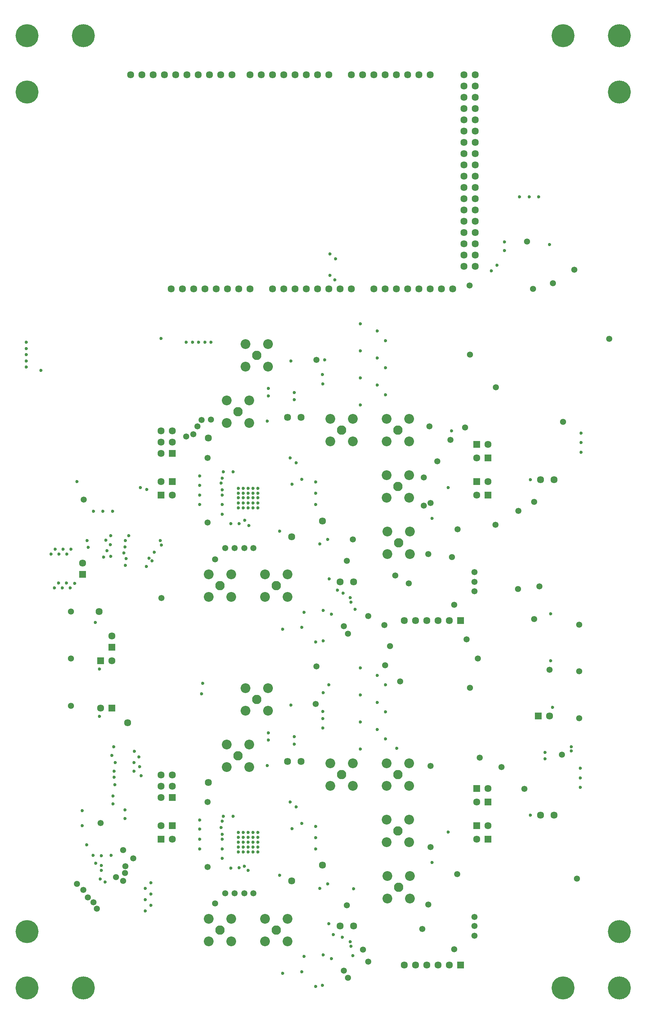
<source format=gbr>
%FSTAX23Y23*%
%MOIN*%
%SFA1B1*%

%IPPOS*%
%ADD45C,0.204409*%
%ADD46C,0.063464*%
%ADD47C,0.087086*%
%ADD48R,0.063464X0.063464*%
%ADD49C,0.083149*%
%ADD50R,0.063464X0.063464*%
%ADD51C,0.029409*%
%ADD52C,0.054409*%
%LNcfd_2channel_soldermask_bot-1*%
%LPD*%
G54D45*
X0491Y0015D03*
X0541Y0065D03*
Y081D03*
X0491Y086D03*
X0065Y0015D03*
X0015Y0065D03*
Y081D03*
X0065Y086D03*
X0015D03*
Y0015D03*
X0541Y086D03*
Y0015D03*
G54D46*
X0471Y0466D03*
X02465Y05215D03*
Y0216D03*
X0471Y01685D03*
X0293Y03755D03*
Y007D03*
X00645Y0392D03*
X0413Y06555D03*
X0403D03*
X0203Y06355D03*
X0193D03*
X0137Y08255D03*
X0483Y0466D03*
X0134Y04895D03*
X0144Y04995D03*
X0134D03*
X0144Y05095D03*
X0134D03*
Y0184D03*
X0144Y0194D03*
X0134D03*
X0144Y0204D03*
X0134D03*
X02585Y0216D03*
X0305Y007D03*
X0176Y01975D03*
X039Y00355D03*
X038D03*
X037D03*
X036D03*
X035D03*
X025Y011D03*
X02775Y0124D03*
X0134Y0159D03*
X0144Y0147D03*
X04245Y0192D03*
X04145Y018D03*
X04245Y0159D03*
X04145Y0147D03*
X02775Y04295D03*
X0176Y0503D03*
X04245Y04645D03*
X04145Y04525D03*
X04245Y04975D03*
X04145Y04855D03*
X0134Y04645D03*
X0144Y04525D03*
X025Y04155D03*
X039Y0341D03*
X038D03*
X037D03*
X036D03*
X035D03*
X0305Y03755D03*
X02585Y05215D03*
X0479Y02565D03*
X00805Y02635D03*
X00905Y03055D03*
Y03275D03*
X0483Y01685D03*
X0243Y06355D03*
X0263D03*
X0253D03*
X0283D03*
X0273D03*
X0303D03*
X0293D03*
X0233D03*
X0413Y06655D03*
X0403D03*
X0413Y06955D03*
Y06855D03*
Y06755D03*
Y07055D03*
X0403Y06955D03*
Y06855D03*
Y06755D03*
Y07055D03*
X0413Y07455D03*
Y07355D03*
X0403D03*
X0413Y07255D03*
X0403D03*
X0413Y07155D03*
X0403D03*
Y07455D03*
X0413Y07755D03*
Y07655D03*
Y07555D03*
Y07855D03*
X0403Y07755D03*
Y07655D03*
Y07555D03*
Y07855D03*
X0313Y08255D03*
X0333D03*
X0323D03*
X0353D03*
X0343D03*
X0373D03*
X0363D03*
X0303D03*
X0223D03*
X0243D03*
X0233D03*
X0263D03*
X0253D03*
X0283D03*
X0273D03*
X0157D03*
X0147D03*
X0177D03*
X0167D03*
X0117D03*
X0107D03*
X0127D03*
X0197D03*
X0187D03*
X0213D03*
X0413D03*
Y08155D03*
X0403D03*
X0413Y08055D03*
X0403D03*
X0413Y07955D03*
X0403D03*
Y08255D03*
X0333Y06355D03*
X0353D03*
X0343D03*
X0373D03*
X0363D03*
X0393D03*
X0383D03*
X0323D03*
X0153D03*
X0173D03*
X0163D03*
X0183D03*
X0213D03*
X0143D03*
X01045Y02505D03*
X0079Y0349D03*
G54D47*
X03545Y052D03*
X03345D03*
X03545Y05D03*
X03345Y047D03*
Y05D03*
X03545Y045D03*
Y047D03*
X0355Y042D03*
X0335D03*
X03345Y045D03*
X0355Y04D03*
X0335D03*
X02845Y052D03*
X0229Y05665D03*
Y05865D03*
X03045Y052D03*
Y05D03*
X02845D03*
X02125Y05165D03*
Y05365D03*
X02465Y0362D03*
Y0382D03*
X02265Y0362D03*
Y0382D03*
X03545Y01645D03*
Y01945D03*
X0355Y01145D03*
Y00945D03*
X03545Y02145D03*
X03345Y01645D03*
Y01945D03*
X03545Y01445D03*
X0335Y01145D03*
X03345Y01445D03*
Y02145D03*
X0335Y00945D03*
X02845Y02145D03*
X0229Y0261D03*
Y0281D03*
X03045Y02145D03*
Y01945D03*
X02845D03*
X02125Y0211D03*
Y0231D03*
X02465Y00565D03*
Y00765D03*
X02265Y00565D03*
Y00765D03*
X0209Y05865D03*
Y05665D03*
X01925Y05165D03*
Y05365D03*
X0209Y0281D03*
Y0261D03*
X01965Y0382D03*
Y0362D03*
X01925Y0211D03*
Y0231D03*
X01765Y0362D03*
Y0382D03*
X01965Y00765D03*
Y00565D03*
X01765D03*
Y00765D03*
G54D48*
X0144Y04895D03*
Y0184D03*
X00645Y0382D03*
X00905Y03175D03*
G54D49*
X02365Y00665D03*
X02025Y0221D03*
X01865Y00665D03*
X02945Y02045D03*
X0219Y0271D03*
X03445Y02045D03*
X0345Y01045D03*
X03445Y01545D03*
X0345Y041D03*
X03445Y046D03*
X0219Y05765D03*
X03445Y051D03*
X01865Y0372D03*
X02945Y051D03*
X02365Y0372D03*
X02025Y05265D03*
G54D50*
X04Y00355D03*
X0144Y0159D03*
X0134Y0147D03*
X04145Y0192D03*
X04245Y018D03*
X04145Y0159D03*
X04245Y0147D03*
X04145Y04645D03*
X04245Y04525D03*
X04145Y04975D03*
X04245Y04855D03*
X0144Y04645D03*
X0134Y04525D03*
X04Y0341D03*
X0469Y02565D03*
X00905Y02635D03*
X00805Y03055D03*
G54D51*
X02028Y01531D03*
X02071D03*
X02115D03*
X02158D03*
X02201D03*
X02028Y01488D03*
X02071D03*
X02115D03*
X02158D03*
X02201D03*
X02028Y01445D03*
X02071D03*
X02115D03*
X02158D03*
X02201D03*
X02028Y01401D03*
X02071D03*
X02115D03*
X02158D03*
X02201D03*
X02028Y01358D03*
X02071D03*
X02115D03*
X02158D03*
X02201D03*
X02028Y04586D03*
X02071D03*
X02115D03*
X02158D03*
X02201D03*
X02028Y04543D03*
X02071D03*
X02115D03*
X02158D03*
X02201D03*
X02028Y045D03*
X02071D03*
X02115D03*
X02158D03*
X02201D03*
X02028Y04456D03*
X02071D03*
X02115D03*
X02158D03*
X02201D03*
X02028Y04413D03*
X02071D03*
X02115D03*
X02158D03*
X02201D03*
X01335Y0412D03*
X0305Y0103D03*
X03436Y02278D03*
X0326Y02925D03*
X03335Y0284D03*
X03749Y01264D03*
X05065Y021D03*
X0507Y0499D03*
Y05075D03*
Y04905D03*
X04985Y0229D03*
X04273Y06516D03*
X0284Y06475D03*
X02841Y06666D03*
X02885Y06435D03*
X0289Y0662D03*
X02523Y05435D03*
X04325Y06565D03*
X0479Y06747D03*
X0439Y06773D03*
X04525Y0717D03*
X0461D03*
X04695D03*
X0439Y06695D03*
X05065Y0193D03*
Y02015D03*
X0081Y01325D03*
X00642Y01725D03*
X0064Y0159D03*
X0068Y0142D03*
X00738Y01327D03*
X00898D03*
X0081Y01237D03*
X0076Y01257D03*
X02777Y02458D03*
X02777Y02542D03*
X02778Y0551D03*
X02775Y05595D03*
X0091Y0438D03*
X00825D03*
X0074D03*
X01685Y01385D03*
Y0147D03*
Y01642D03*
Y0156D03*
Y04695D03*
Y0461D03*
Y0444D03*
Y04525D03*
X01875Y0463D03*
X01886Y04675D03*
X0173Y05882D03*
X01675D03*
X0162D03*
X01565D03*
X01785D03*
X0134Y05915D03*
X00145Y0566D03*
X00275Y0563D03*
X00145Y0588D03*
Y05825D03*
Y0577D03*
Y05715D03*
X0198Y0473D03*
X01895D03*
X03063Y0351D03*
X02907Y0368D03*
X0278Y0277D03*
X02777Y02606D03*
X0212Y04255D03*
X00845Y0109D03*
X02034Y01217D03*
X0125Y01085D03*
X02115Y01195D03*
X0208Y0123D03*
X00802Y01117D03*
X012Y00835D03*
X0081Y01195D03*
X01886Y01631D03*
X01885Y01515D03*
Y0457D03*
X02085Y043D03*
X01874Y01576D03*
X004Y04045D03*
X0054D03*
X00365Y04D03*
X00505D03*
X0047Y04045D03*
X00435Y04D03*
X00465Y037D03*
X00573Y03742D03*
X005Y03745D03*
X00535Y037D03*
X0043Y03745D03*
X00395Y037D03*
X00925Y02075D03*
Y0202D03*
X0093Y01955D03*
X00935Y0215D03*
X00905Y02215D03*
X0092Y0229D03*
X01165Y02035D03*
X011Y02075D03*
X0115Y02115D03*
X011Y0215D03*
X01145Y022D03*
X01105Y0225D03*
X0171Y02855D03*
X017Y0276D03*
X0283Y0284D03*
X0086Y0403D03*
X0083Y03975D03*
X00895Y0398D03*
X0089Y04085D03*
X0085Y04125D03*
X00895Y04165D03*
X00685Y0412D03*
X00695Y0406D03*
X01025Y039D03*
X0103Y0396D03*
X0101Y0401D03*
X0102Y04065D03*
X01025Y0412D03*
X01055Y04165D03*
X04985Y02255D03*
X0475Y02185D03*
Y0224D03*
X00595Y04645D03*
X01157Y04593D03*
X01216Y04576D03*
X03028Y00521D03*
X02855Y00412D03*
X03046Y00438D03*
X0302Y0056D03*
X0102Y0173D03*
Y01655D03*
X00915Y01855D03*
Y01785D03*
X00795Y0256D03*
X0283Y0072D03*
X0287Y00625D03*
X02835Y0378D03*
X03028Y03576D03*
X02957Y03655D03*
X02855Y03467D03*
X0302Y03615D03*
X02495Y0266D03*
X02715Y0322D03*
X0462Y0466D03*
X04818Y0264D03*
X048Y03055D03*
X0242Y03335D03*
X0278Y0323D03*
Y035D03*
X02775Y00175D03*
X0278Y00445D03*
X00757Y03395D03*
X01345Y04082D03*
X0126Y0394D03*
X0121Y0389D03*
X01235Y03964D03*
X0128Y04019D03*
X0125Y00985D03*
X012Y01035D03*
X0125Y00885D03*
X012Y00935D03*
X00795Y0298D03*
X0259Y00295D03*
X02715Y00165D03*
X0311Y0299D03*
X02487Y018D03*
X0254Y01758D03*
X0389Y01535D03*
X02506Y01565D03*
X0259Y0161D03*
X02523Y0238D03*
X02295Y02415D03*
X02523Y02315D03*
X02295Y0235D03*
X02285Y02125D03*
X0295Y006D03*
X0275Y01035D03*
X0282Y01075D03*
X0311Y0251D03*
Y0227D03*
X0261Y0043D03*
X0242Y0028D03*
X0311Y0275D03*
X03335Y026D03*
Y0236D03*
X02715Y01585D03*
Y01485D03*
Y01385D03*
X01885Y013D03*
Y01385D03*
X01895Y01675D03*
X0198D03*
X02395Y0115D03*
X02487Y04855D03*
X02295Y0547D03*
X02523Y0537D03*
X02295Y05405D03*
X0275Y0409D03*
X0259Y04665D03*
X0261Y03485D03*
X02495Y05715D03*
X02795Y05725D03*
X02715Y0444D03*
Y0454D03*
Y0464D03*
X0254Y04813D03*
X02285Y0518D03*
X0462Y01685D03*
X048Y0347D03*
X01885Y0147D03*
X0326Y02685D03*
Y02445D03*
X0196Y01215D03*
X02395Y04205D03*
X02035Y0427D03*
X01885Y04355D03*
Y0444D03*
X03335Y05415D03*
Y05655D03*
Y05895D03*
X0392Y05095D03*
X0282Y0413D03*
X02506Y0462D03*
X0259Y0335D03*
X0311Y05805D03*
Y05565D03*
X0326Y0574D03*
Y055D03*
X0311Y05325D03*
Y06045D03*
X0326Y0598D03*
X03749Y04319D03*
X0389Y0459D03*
X01885Y04525D03*
X0196Y0427D03*
G54D52*
X03925Y03975D03*
X0342Y0381D03*
X0318Y03453D03*
X0431Y0426D03*
X04645Y06355D03*
X04315Y0548D03*
X04085Y02815D03*
X03465Y0287D03*
X0272Y03005D03*
X0532Y0591D03*
X0482Y06405D03*
X05035Y0112D03*
X0501Y06525D03*
X05055Y03375D03*
X04085Y0577D03*
X0408Y06385D03*
X03675Y0468D03*
X03045Y0413D03*
X03675Y0443D03*
X03795Y04825D03*
X0391Y05015D03*
X0404Y05125D03*
X0459Y06775D03*
X0491Y05175D03*
X04125Y0367D03*
Y03755D03*
Y0384D03*
Y00615D03*
Y007D03*
Y0078D03*
X01025Y01232D03*
X0216Y0099D03*
X0208D03*
X01995D03*
X0191D03*
X0182Y009D03*
X0216Y04055D03*
X0208D03*
X01995D03*
X0191D03*
X01755Y04855D03*
X017Y0519D03*
X01785Y05195D03*
X01665Y05135D03*
X01627Y05065D03*
X04515Y04385D03*
X04655Y04465D03*
X047Y03715D03*
X04655Y03425D03*
X03375Y03185D03*
X03325Y0337D03*
X02715Y0267D03*
X049Y0222D03*
X01005Y01375D03*
X01565Y05045D03*
X0077Y00855D03*
X0074Y0091D03*
X00595Y01075D03*
X0065Y0102D03*
X0069Y00955D03*
X01005Y011D03*
X01022Y01172D03*
X0094Y01135D03*
X01095Y013D03*
X0054Y0349D03*
X0451Y0369D03*
X0366Y00675D03*
X03715Y0089D03*
X0318Y00385D03*
X03542Y03742D03*
X03715Y04D03*
X03735Y0212D03*
X0479Y02975D03*
X0417Y02195D03*
X04567Y01917D03*
X04365Y0211D03*
X04055Y03245D03*
X04155Y03075D03*
X03975Y0422D03*
X0397Y0116D03*
X0333Y03015D03*
X02965Y0336D03*
X01344Y03612D03*
X00803Y01616D03*
X0054Y02655D03*
Y03075D03*
X00655Y04485D03*
X05055Y02545D03*
Y0296D03*
X03945Y00495D03*
X01755Y01225D03*
Y018D03*
X0299Y00885D03*
X03135Y0049D03*
X02965Y00305D03*
X03Y0024D03*
Y03295D03*
X0299Y0394D03*
X03945Y0355D03*
X03735Y014D03*
X0182Y03955D03*
X0272Y05725D03*
X03735Y04455D03*
X03725Y05135D03*
X01755Y0428D03*
M02*
</source>
